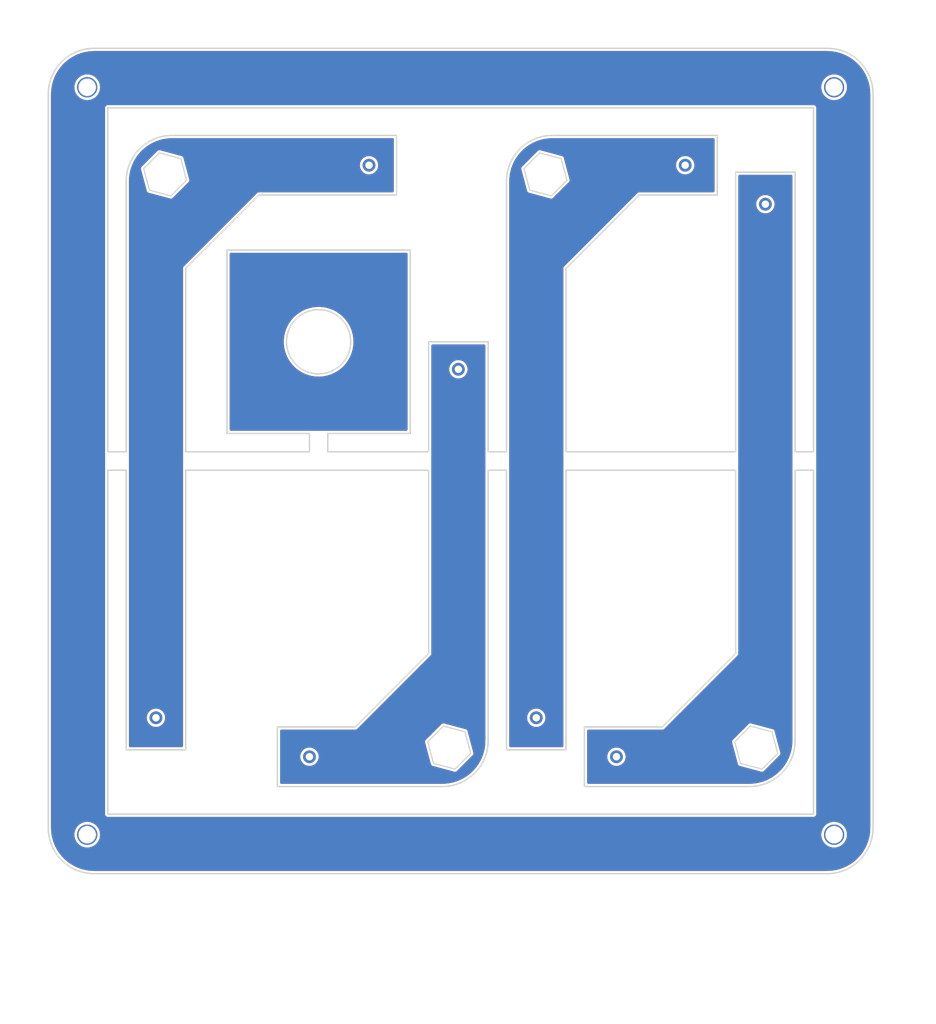
<source format=kicad_pcb>
(kicad_pcb (version 20210228) (generator pcbnew)
  (title_block (title "Kasumigasane Keypad") (company "@e3w2q"))
  (layers (0 "F.Cu" signal) (31 "B.Cu" signal) (34 "B.Paste" user) (35 "F.Paste" user) (36 "B.SilkS" user "B.Silkscreen") (37 "F.SilkS" user "F.Silkscreen") (38 "B.Mask" user) (39 "F.Mask" user) (44 "Edge.Cuts" user))
  (net 0 "")
  (footprint "#footprint:0.8mm_NPTH" (layer "F.Cu") (at 37 66.5 90)
    (fp_text reference "" hide)
    (fp_text value "" hide)
    (pad "" np_thru_hole circle (at 0 0 90) (size 0.8 0.8) (drill 0.8) (layers F&B.Cu *.Mask))
  )
  (footprint "#footprint:1pin_conn_rev3" (layer "F.Cu") (at 50 98.75)
    (fp_text reference "" hide)
    (fp_text value "" hide)
    (pad "" thru_hole circle (at 0 0) (size 1.4 1.4) (drill 0.8128) (layers *.Cu *.Mask))
  )
  (footprint "#footprint:0.8mm_NPTH" (layer "F.Cu") (at 96 66.5 90)
    (fp_text reference "" hide)
    (fp_text value "" hide)
    (pad "" np_thru_hole circle (at 0 0 90) (size 0.8 0.8) (drill 0.8) (layers F&B.Cu *.Mask))
  )
  (footprint "#footprint:0.8mm_NPTH" (layer "F.Cu") (at 29.5 66.5 90)
    (fp_text reference "" hide)
    (fp_text value "" hide)
    (pad "" np_thru_hole circle (at 0 0 90) (size 0.8 0.8) (drill 0.8) (layers F&B.Cu *.Mask))
  )
  (footprint "#footprint:M2_ThroughHole" (layer "F.Cu") (at 25.75 107.25 90)
    (fp_text reference "" hide)
    (fp_text value "" hide)
    (pad "" thru_hole circle (at 0 0 90) (size 2.2 2.2) (drill 1.88) (layers *.Cu *.Mask))
  )
  (footprint "#footprint:0.8mm_NPTH" (layer "F.Cu") (at 51 64 90)
    (fp_text reference "" hide)
    (fp_text value "" hide)
    (pad "" np_thru_hole circle (at 0 0 90) (size 0.8 0.8) (drill 0.8) (layers F&B.Cu *.Mask))
  )
  (footprint "#footprint:0.8mm_NPTH" (layer "F.Cu") (at 78.5 66.5 90)
    (fp_text reference "" hide)
    (fp_text value "" hide)
    (pad "" np_thru_hole circle (at 0 0 90) (size 0.8 0.8) (drill 0.8) (layers F&B.Cu *.Mask))
  )
  (footprint "#footprint:1pin_conn_rev3" (layer "F.Cu") (at 74.75 50.5 90)
    (fp_text reference "" hide)
    (fp_text value "" hide)
  )
  (footprint "#footprint:1pin_conn_rev3" (layer "F.Cu") (at 99.75 38.5 180)
    (fp_text reference "" hide)
    (fp_text value "" hide)
    (pad "" thru_hole circle (at 0 0 180) (size 1.4 1.4) (drill 0.8128) (layers *.Cu *.Mask))
  )
  (footprint "#footprint:0.8mm_NPTH" (layer "F.Cu") (at 70 66.5 90)
    (fp_text reference "" hide)
    (fp_text value "" hide)
    (pad "" np_thru_hole circle (at 0 0 90) (size 0.8 0.8) (drill 0.8) (layers F&B.Cu *.Mask))
  )
  (footprint "#footprint:1pin_conn_rev3" (layer "F.Cu") (at 83.5 98.75)
    (fp_text reference "" hide)
    (fp_text value "" hide)
    (pad "" thru_hole circle (at 0 0) (size 1.4 1.4) (drill 0.8128) (layers *.Cu *.Mask))
  )
  (footprint "#footprint:1pin_conn_rev3" (layer "F.Cu") (at 92 108.25)
    (fp_text reference "" hide)
    (fp_text value "" hide)
  )
  (footprint "#footprint:M2_ThroughHole" (layer "F.Cu") (at 34.25 35.25)
    (fp_text reference "" hide)
    (fp_text value "" hide)
  )
  (footprint "#footprint:M2_ThroughHole" (layer "F.Cu") (at 25.75 107.25 90)
    (fp_text reference "" hide)
    (fp_text value "" hide)
    (pad "" thru_hole circle (at 0 0 90) (size 2.2 2.2) (drill 1.88) (layers *.Cu *.Mask))
  )
  (footprint "#footprint:M2_Nut_Hole" (layer "F.Cu") (at 75.75 35.25 45)
    (fp_text reference "REF**")
    (fp_text value "M2_Nut_HoleNutHole")
    (fp_line (start 1.212435 2.1) (end 2.424871 0) (layer "Edge.Cuts") (width 0.12))
    (fp_line (start -1.212436 2.1) (end 1.212436 2.1) (layer "Edge.Cuts") (width 0.12))
    (fp_line (start 2.424871 0) (end 1.212436 -2.1) (layer "Edge.Cuts") (width 0.12))
    (fp_line (start -2.424871 0) (end -1.212435 -2.1) (layer "Edge.Cuts") (width 0.12))
    (fp_line (start -1.212436 -2.1) (end 1.212436 -2.1) (layer "Edge.Cuts") (width 0.12))
    (fp_line (start -1.212436 2.1) (end -2.424871 0) (layer "Edge.Cuts") (width 0.12))
  )
  (footprint "#footprint:1pin_conn_rev3" (layer "F.Cu") (at 66.25 82.5 -90)
    (fp_text reference "" hide)
    (fp_text value "" hide)
  )
  (footprint "#footprint:1pin_conn_rev3" (layer "F.Cu") (at 108.25 92 -90)
    (fp_text reference "" hide)
    (fp_text value "" hide)
  )
  (footprint "#footprint:1pin_conn_rev3" (layer "F.Cu") (at 49.5 34.25 180)
    (fp_text reference "" hide)
    (fp_text value "" hide)
  )
  (footprint "#footprint:1pin_conn_rev3" (layer "F.Cu") (at 31 66.5 90)
    (fp_text reference "" hide)
    (fp_text value "" hide)
  )
  (footprint "#footprint:1pin_conn_rev3" (layer "F.Cu") (at 41 24.75 180)
    (fp_text reference "" hide)
    (fp_text value "" hide)
  )
  (footprint "#footprint:0.8mm_NPTH" (layer "F.Cu") (at 103.5 66.5 90)
    (fp_text reference "" hide)
    (fp_text value "" hide)
    (pad "" np_thru_hole circle (at 0 0 90) (size 0.8 0.8) (drill 0.8) (layers F&B.Cu *.Mask))
  )
  (footprint "#footprint:1pin_conn_rev3" (layer "F.Cu") (at 99.75 82.5 -90)
    (fp_text reference "" hide)
    (fp_text value "" hide)
  )
  (footprint "#footprint:1pin_conn_rev3" (layer "F.Cu") (at 33.25 94.5 90)
    (fp_text reference "" hide)
    (fp_text value "" hide)
    (pad "" thru_hole circle (at 0 0 90) (size 1.4 1.4) (drill 0.8128) (layers *.Cu *.Mask))
  )
  (footprint "#footprint:1pin_conn_rev3" (layer "F.Cu") (at 49.5 34.25 180)
    (fp_text reference "" hide)
    (fp_text value "" hide)
  )
  (footprint "#footprint:0.8mm_NPTH" (layer "F.Cu") (at 28.5 66.5 90)
    (fp_text reference "" hide)
    (fp_text value "" hide)
    (pad "" np_thru_hole circle (at 0 0 90) (size 0.8 0.8) (drill 0.8) (layers F&B.Cu *.Mask))
  )
  (footprint "#footprint:1pin_conn_rev3" (layer "F.Cu") (at 74.75 94.5 -90)
    (fp_text reference "" hide)
    (fp_text value "" hide)
    (pad "" thru_hole circle (at 0 0 270) (size 1.4 1.4) (drill 0.8128) (layers *.Cu *.Mask))
  )
  (footprint "#footprint:1pin_conn_rev3" (layer "F.Cu") (at 99.75 82.5 -90)
    (fp_text reference "" hide)
    (fp_text value "" hide)
  )
  (footprint "#footprint:M2_ThroughHole" (layer "F.Cu") (at 25.75 25.75)
    (fp_text reference "" hide)
    (fp_text value "" hide)
    (pad "" thru_hole circle (at 0 0) (size 2.2 2.2) (drill 1.88) (layers *.Cu *.Mask))
  )
  (footprint "#footprint:1pin_conn_rev3" (layer "F.Cu") (at 66.25 82.5 -90)
    (fp_text reference "" hide)
    (fp_text value "" hide)
  )
  (footprint "#footprint:1pin_conn_rev3" (layer "F.Cu") (at 108.25 41 90)
    (fp_text reference "" hide)
    (fp_text value "" hide)
  )
  (footprint "#footprint:1pin_conn_rev3" (layer "F.Cu") (at 24.75 41 90)
    (fp_text reference "" hide)
    (fp_text value "" hide)
  )
  (footprint "#footprint:0.8mm_NPTH" (layer "F.Cu") (at 51 65 90)
    (fp_text reference "" hide)
    (fp_text value "" hide)
    (pad "" np_thru_hole circle (at 0 0 90) (size 0.8 0.8) (drill 0.8) (layers F&B.Cu *.Mask))
  )
  (footprint "#footprint:1pin_conn_rev3" (layer "F.Cu") (at 24.75 92 -90)
    (fp_text reference "" hide)
    (fp_text value "" hide)
  )
  (footprint "#footprint:1pin_conn_rev3" (layer "F.Cu") (at 41 108.25 180)
    (fp_text reference "" hide)
    (fp_text value "" hide)
  )
  (footprint "#footprint:1pin_conn_rev3" (layer "F.Cu") (at 74.75 50.5 90)
    (fp_text reference "" hide)
    (fp_text value "" hide)
  )
  (footprint "#footprint:1pin_conn_rev3" (layer "F.Cu") (at 28.5 66.5 90)
    (fp_text reference "" hide)
    (fp_text value "" hide)
  )
  (footprint "#footprint:1pin_conn_rev3" (layer "F.Cu") (at 92 24.75)
    (fp_text reference "" hide)
    (fp_text value "" hide)
  )
  (footprint "#footprint:M2_ThroughHole" (layer "F.Cu") (at 25.75 25.75)
    (fp_text reference "" hide)
    (fp_text value "" hide)
    (pad "" thru_hole circle (at 0 0) (size 2.2 2.2) (drill 1.88) (layers *.Cu *.Mask))
  )
  (footprint "#footprint:1pin_conn_rev3" (layer "F.Cu") (at 33.25 50.5 90)
    (fp_text reference "" hide)
    (fp_text value "" hide)
  )
  (footprint "#footprint:1pin_conn_rev3" (layer "F.Cu") (at 33.25 50.5 90)
    (fp_text reference "" hide)
    (fp_text value "" hide)
  )
  (footprint "#footprint:0.8mm_NPTH" (layer "F.Cu") (at 104.5 66.5 90)
    (fp_text reference "" hide)
    (fp_text value "" hide)
    (pad "" np_thru_hole circle (at 0 0 90) (size 0.8 0.8) (drill 0.8) (layers F&B.Cu *.Mask))
  )
  (footprint "#footprint:0.8mm_NPTH" (layer "F.Cu") (at 71 66.5 90)
    (fp_text reference "" hide)
    (fp_text value "" hide)
    (pad "" np_thru_hole circle (at 0 0 90) (size 0.8 0.8) (drill 0.8) (layers F&B.Cu *.Mask))
  )
  (footprint "#footprint:M2_Nut_Hole" (layer "F.Cu") (at 98.75 97.75 45)
    (fp_text reference "REF**")
    (fp_text value "M2_Nut_HoleNutHole")
    (fp_line (start 1.212435 2.1) (end 2.424871 0) (layer "Edge.Cuts") (width 0.12))
    (fp_line (start 2.424871 0) (end 1.212436 -2.1) (layer "Edge.Cuts") (width 0.12))
    (fp_line (start -1.212436 2.1) (end 1.212436 2.1) (layer "Edge.Cuts") (width 0.12))
    (fp_line (start -2.424871 0) (end -1.212435 -2.1) (layer "Edge.Cuts") (width 0.12))
    (fp_line (start -1.212436 -2.1) (end 1.212436 -2.1) (layer "Edge.Cuts") (width 0.12))
    (fp_line (start -1.212436 2.1) (end -2.424871 0) (layer "Edge.Cuts") (width 0.12))
  )
  (footprint "#footprint:M2_ThroughHole" (layer "F.Cu") (at 98.75 97.75 180)
    (fp_text reference "" hide)
    (fp_text value "" hide)
  )
  (footprint "#footprint:1pin_conn_rev3" (layer "F.Cu") (at 66.25 56.5)
    (fp_text reference "" hide)
    (fp_text value "" hide)
    (pad "" thru_hole circle (at 0 0) (size 1.4 1.4) (drill 0.8128) (layers *.Cu *.Mask))
  )
  (footprint "#footprint:1pin_conn_rev3" (layer "F.Cu") (at 91 34.25 180)
    (fp_text reference "" hide)
    (fp_text value "" hide)
    (pad "" thru_hole circle (at 0 0 180) (size 1.4 1.4) (drill 0.8128) (layers *.Cu *.Mask))
  )
  (footprint "#footprint:0.8mm_NPTH" (layer "F.Cu") (at 62.5 66.5 90)
    (fp_text reference "" hide)
    (fp_text value "" hide)
    (pad "" np_thru_hole circle (at 0 0 90) (size 0.8 0.8) (drill 0.8) (layers F&B.Cu *.Mask))
  )
  (footprint "#footprint:M2_Nut_Hole" (layer "F.Cu") (at 65.25 97.75 45)
    (fp_text reference "REF**")
    (fp_text value "M2_Nut_HoleNutHole")
    (fp_line (start 1.212435 2.1) (end 2.424871 0) (layer "Edge.Cuts") (width 0.12))
    (fp_line (start -1.212436 -2.1) (end 1.212436 -2.1) (layer "Edge.Cuts") (width 0.12))
    (fp_line (start 2.424871 0) (end 1.212436 -2.1) (layer "Edge.Cuts") (width 0.12))
    (fp_line (start -1.212436 2.1) (end 1.212436 2.1) (layer "Edge.Cuts") (width 0.12))
    (fp_line (start -1.212436 2.1) (end -2.424871 0) (layer "Edge.Cuts") (width 0.12))
    (fp_line (start -2.424871 0) (end -1.212435 -2.1) (layer "Edge.Cuts") (width 0.12))
  )
  (footprint "#footprint:1pin_conn_rev3" (layer "F.Cu") (at 56.5 34.25 90)
    (fp_text reference "" hide)
    (fp_text value "" hide)
    (pad "" thru_hole circle (at 0 0 90) (size 1.4 1.4) (drill 0.8128) (layers *.Cu *.Mask))
  )
  (footprint "#footprint:M2_ThroughHole" (layer "F.Cu") (at 75.75 35.25)
    (fp_text reference "" hide)
    (fp_text value "" hide)
  )
  (footprint "#footprint:M2_Nut_Hole" (layer "F.Cu") (at 34.25 35.25 45)
    (fp_text reference "REF**")
    (fp_text value "M2_Nut_HoleNutHole")
    (fp_line (start -1.212436 2.1) (end 1.212436 2.1) (layer "Edge.Cuts") (width 0.12))
    (fp_line (start -1.212436 2.1) (end -2.424871 0) (layer "Edge.Cuts") (width 0.12))
    (fp_line (start -2.424871 0) (end -1.212435 -2.1) (layer "Edge.Cuts") (width 0.12))
    (fp_line (start 1.212435 2.1) (end 2.424871 0) (layer "Edge.Cuts") (width 0.12))
    (fp_line (start -1.212436 -2.1) (end 1.212436 -2.1) (layer "Edge.Cuts") (width 0.12))
    (fp_line (start 2.424871 0) (end 1.212436 -2.1) (layer "Edge.Cuts") (width 0.12))
  )
  (footprint "#footprint:M2_ThroughHole" (layer "F.Cu") (at 107.25 107.25 180)
    (fp_text reference "" hide)
    (fp_text value "" hide)
    (pad "" thru_hole circle (at 0 0 180) (size 2.2 2.2) (drill 1.88) (layers *.Cu *.Mask))
  )
  (footprint "#footprint:M2_ThroughHole" (layer "F.Cu") (at 107.25 107.25 180)
    (fp_text reference "" hide)
    (fp_text value "" hide)
    (pad "" thru_hole circle (at 0 0 180) (size 2.2 2.2) (drill 1.88) (layers *.Cu *.Mask))
  )
  (footprint "#footprint:KG-0-chidori" (layer "F.Cu") (at 66.5 66.5)
    (fp_text reference "G***")
    (fp_text value "LOGO" hide)
  )
  (footprint "#footprint:M2_ThroughHole" (layer "F.Cu") (at 107.25 25.75 -90)
    (fp_text reference "" hide)
    (fp_text value "" hide)
    (pad "" thru_hole circle (at 0 0 270) (size 2.2 2.2) (drill 1.88) (layers *.Cu *.Mask))
  )
  (footprint "#footprint:KG-3-seigaiha" (layer "B.Cu") (at 66.5 66.5 180)
    (fp_text reference "G***")
    (fp_text value "LOGO" hide)
  )
  (gr_line (start 78 65.5) (end 78 45.5) (layer "Edge.Cuts") (width 0.15))
  (gr_line (start 105 65.5) (end 105 28) (layer "Edge.Cuts") (width 0.15))
  (gr_line (start 103 65.5) (end 105 65.5) (layer "Edge.Cuts") (width 0.15))
  (gr_line (start 21.5 26.5) (end 21.5 106.5) (layer "Edge.Cuts") (width 0.15))
  (gr_line (start 52 63.5) (end 61 63.5) (layer "Edge.Cuts") (width 0.15))
  (gr_line (start 71.5 98) (end 78 98) (layer "Edge.Cuts") (width 0.15))
  (gr_line (start 61 43.5) (end 61 63.5) (layer "Edge.Cuts") (width 0.15))
  (gr_line (start 64.5 102) (end 46.5 102) (layer "Edge.Cuts") (width 0.15))
  (gr_line (start 103 97) (end 103 67.5) (layer "Edge.Cuts") (width 0.15))
  (gr_line (start 41 43.5) (end 61 43.5) (layer "Edge.Cuts") (width 0.15))
  (gr_line (start 30 36) (end 30 65.5) (layer "Edge.Cuts") (width 0.15))
  (gr_line (start 63 67.5) (end 63 87.5) (layer "Edge.Cuts") (width 0.15))
  (gr_arc (start 64.5 97) (end 64.5 102) (angle -90) (layer "Edge.Cuts") (width 0.15))
  (gr_line (start 59.5 37.5) (end 59.5 31) (layer "Edge.Cuts") (width 0.15))
  (gr_line (start 94.5 37.5) (end 86 37.5) (layer "Edge.Cuts") (width 0.15))
  (gr_line (start 69.5 65.5) (end 69.5 53.5) (layer "Edge.Cuts") (width 0.15))
  (gr_line (start 111.5 26.5) (end 111.5 106.5) (layer "Edge.Cuts") (width 0.15))
  (gr_line (start 30 67.5) (end 30 98) (layer "Edge.Cuts") (width 0.15))
  (gr_line (start 28 67.5) (end 30 67.5) (layer "Edge.Cuts") (width 0.15))
  (gr_line (start 96.5 35) (end 96.5 65.5) (layer "Edge.Cuts") (width 0.15))
  (gr_line (start 80 95.5) (end 88.5 95.5) (layer "Edge.Cuts") (width 0.15))
  (gr_arc (start 106.5 106.5) (end 106.5 111.5) (angle -90) (layer "Edge.Cuts") (width 0.15))
  (gr_line (start 80 102) (end 80 95.5) (layer "Edge.Cuts") (width 0.15))
  (gr_line (start 71.5 65.5) (end 71.5 36) (layer "Edge.Cuts") (width 0.15))
  (gr_line (start 44.5 37.5) (end 36.5 45.5) (layer "Edge.Cuts") (width 0.15))
  (gr_line (start 105 67.5) (end 105 105) (layer "Edge.Cuts") (width 0.15))
  (gr_line (start 36.5 98) (end 36.5 67.5) (layer "Edge.Cuts") (width 0.15))
  (gr_line (start 28 105) (end 105 105) (layer "Edge.Cuts") (width 0.15))
  (gr_line (start 78 65.5) (end 96.5 65.5) (layer "Edge.Cuts") (width 0.15))
  (gr_line (start 78 67.5) (end 96.5 67.5) (layer "Edge.Cuts") (width 0.15))
  (gr_line (start 28 65.5) (end 28 28) (layer "Edge.Cuts") (width 0.15))
  (gr_arc (start 106.5 26.5) (end 111.5 26.5) (angle -90) (layer "Edge.Cuts") (width 0.15))
  (gr_line (start 26.5 111.5) (end 106.5 111.5) (layer "Edge.Cuts") (width 0.15))
  (gr_line (start 41 63.5) (end 41 43.5) (layer "Edge.Cuts") (width 0.15))
  (gr_line (start 63 87.5) (end 55 95.5) (layer "Edge.Cuts") (width 0.15))
  (gr_line (start 96.5 67.5) (end 96.5 87.5) (layer "Edge.Cuts") (width 0.15))
  (gr_line (start 103 65.5) (end 103 35) (layer "Edge.Cuts") (width 0.15))
  (gr_arc (start 98 97) (end 98 102) (angle -90) (layer "Edge.Cuts") (width 0.15))
  (gr_line (start 69.5 65.5) (end 71.5 65.5) (layer "Edge.Cuts") (width 0.15))
  (gr_line (start 28 65.5) (end 30 65.5) (layer "Edge.Cuts") (width 0.15))
  (gr_line (start 69.5 67.5) (end 71.5 67.5) (layer "Edge.Cuts") (width 0.15))
  (gr_line (start 30 98) (end 36.5 98) (layer "Edge.Cuts") (width 0.15))
  (gr_line (start 80 102) (end 98 102) (layer "Edge.Cuts") (width 0.15))
  (gr_line (start 36.5 45.5) (end 36.5 65.5) (layer "Edge.Cuts") (width 0.15))
  (gr_line (start 52 65.5) (end 63 65.5) (layer "Edge.Cuts") (width 0.15))
  (gr_arc (start 35 36) (end 35 31) (angle -90) (layer "Edge.Cuts") (width 0.15))
  (gr_line (start 63 53.5) (end 69.5 53.5) (layer "Edge.Cuts") (width 0.15))
  (gr_line (start 50 63.5) (end 41 63.5) (layer "Edge.Cuts") (width 0.15))
  (gr_line (start 63 67.5) (end 36.5 67.5) (layer "Edge.Cuts") (width 0.15))
  (gr_circle (center 51 53.5) (end 54.5 53.5) (layer "Edge.Cuts") (width 0.15) (fill none))
  (gr_line (start 94.5 31) (end 76.5 31) (layer "Edge.Cuts") (width 0.15))
  (gr_arc (start 26.5 106.5) (end 21.5 106.5) (angle -90) (layer "Edge.Cuts") (width 0.15))
  (gr_line (start 26.5 21.5) (end 106.5 21.5) (layer "Edge.Cuts") (width 0.15))
  (gr_line (start 55 95.5) (end 46.5 95.5) (layer "Edge.Cuts") (width 0.15))
  (gr_line (start 59.5 31) (end 35 31) (layer "Edge.Cuts") (width 0.15))
  (gr_line (start 69.5 67.5) (end 69.5 97) (layer "Edge.Cuts") (width 0.15))
  (gr_line (start 78 98) (end 78 67.5) (layer "Edge.Cuts") (width 0.15))
  (gr_arc (start 76.5 36) (end 76.5 31) (angle -90) (layer "Edge.Cuts") (width 0.15))
  (gr_line (start 71.5 67.5) (end 71.5 98) (layer "Edge.Cuts") (width 0.15))
  (gr_line (start 46.5 102) (end 46.5 95.5) (layer "Edge.Cuts") (width 0.15))
  (gr_line (start 94.5 31) (end 94.5 37.5) (layer "Edge.Cuts") (width 0.15))
  (gr_line (start 103 35) (end 96.5 35) (layer "Edge.Cuts") (width 0.15))
  (gr_line (start 103 67.5) (end 105 67.5) (layer "Edge.Cuts") (width 0.15))
  (gr_line (start 50 65.5) (end 36.5 65.5) (layer "Edge.Cuts") (width 0.15))
  (gr_line (start 52 63.5) (end 52 65.5) (layer "Edge.Cuts") (width 0.15))
  (gr_line (start 96.5 87.5) (end 88.5 95.5) (layer "Edge.Cuts") (width 0.15))
  (gr_line (start 86 37.5) (end 78 45.5) (layer "Edge.Cuts") (width 0.15))
  (gr_line (start 59.5 37.5) (end 44.5 37.5) (layer "Edge.Cuts") (width 0.15))
  (gr_line (start 50 63.5) (end 50 65.5) (layer "Edge.Cuts") (width 0.15))
  (gr_line (start 28 105) (end 28 67.5) (layer "Edge.Cuts") (width 0.15))
  (gr_arc (start 26.5 26.5) (end 26.5 21.5) (angle -90) (layer "Edge.Cuts") (width 0.15))
  (gr_line (start 63 53.5) (end 63 65.5) (layer "Edge.Cuts") (width 0.15))
  (gr_line (start 28 28) (end 105 28) (layer "Edge.Cuts") (width 0.15))
  (zone (net 0) (net_name "") (layers F&B.Cu) (connect_pads (clearance 0)) (min_thickness 0.254)
    (keepout (tracks allowed) (vias allowed) (pads allowed) (copperpour not_allowed) (footprints allowed))
    (fill (thermal_gap 0.508) (thermal_bridge_width 0.508))
    (polygon (pts (xy 105.3 67.5) (xy 102.7 67.5) (xy 102.7 65.5) (xy 105.3 65.5)))
  )
  (zone (net 0) (net_name "") (layers F&B.Cu) (connect_pads (clearance 0)) (min_thickness 0.254)
    (keepout (tracks allowed) (vias allowed) (pads allowed) (copperpour not_allowed) (footprints allowed))
    (fill (thermal_gap 0.508) (thermal_bridge_width 0.508))
    (polygon (pts (xy 96.8 67.5) (xy 77.7 67.5) (xy 77.7 65.5) (xy 96.8 65.5)))
  )
  (zone (net 0) (net_name "") (layers F&B.Cu) (connect_pads (clearance 0)) (min_thickness 0.254)
    (keepout (tracks allowed) (vias allowed) (pads allowed) (copperpour not_allowed) (footprints allowed))
    (fill (thermal_gap 0.508) (thermal_bridge_width 0.508))
    (polygon (pts (xy 63.3 67.5) (xy 36.2 67.5) (xy 36.2 65.5) (xy 63.3 65.5)))
  )
  (zone (net 0) (net_name "") (layers F&B.Cu) (connect_pads (clearance 0)) (min_thickness 0.254)
    (keepout (tracks allowed) (vias allowed) (pads allowed) (copperpour not_allowed) (footprints allowed))
    (fill (thermal_gap 0.508) (thermal_bridge_width 0.508))
    (polygon (pts (xy 52 63.2) (xy 52 65.8) (xy 50 65.8) (xy 50 63.2)))
  )
  (zone (net 0) (net_name "") (layers F&B.Cu) (connect_pads (clearance 0.3)) (min_thickness 0.254) (fill yes (thermal_gap 0.508) (thermal_bridge_width 0.508))
    (polygon (pts (xy 111.5 111.5) (xy 21.5 111.5) (xy 21.5 21.5) (xy 111.5 21.5)))
  )
  (zone (net 0) (net_name "") (layers F&B.Cu) (connect_pads (clearance 0)) (min_thickness 0.254)
    (keepout (tracks allowed) (vias allowed) (pads allowed) (copperpour not_allowed) (footprints allowed))
    (fill (thermal_gap 0.508) (thermal_bridge_width 0.508))
    (polygon (pts (xy 71.8 67.5) (xy 69.2 67.5) (xy 69.2 65.5) (xy 71.8 65.5)))
  )
  (zone (net 0) (net_name "") (layers F&B.Cu) (connect_pads (clearance 0)) (min_thickness 0.254)
    (keepout (tracks allowed) (vias allowed) (pads allowed) (copperpour not_allowed) (footprints allowed))
    (fill (thermal_gap 0.508) (thermal_bridge_width 0.508))
    (polygon (pts (xy 30.3 67.5) (xy 27.7 67.5) (xy 27.7 65.5) (xy 30.3 65.5)))
  )
)
</source>
